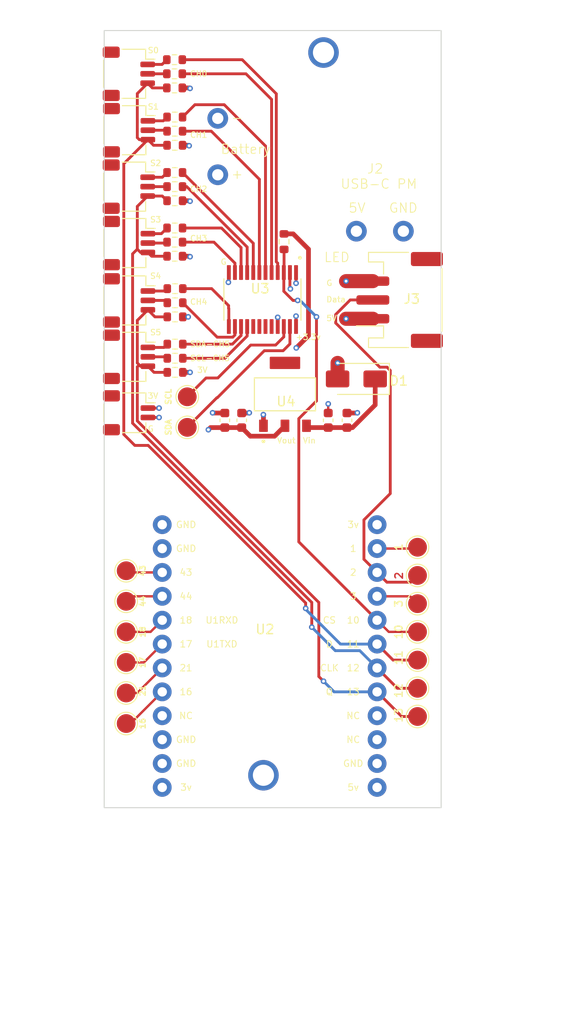
<source format=kicad_pcb>
(kicad_pcb (version 20241229) (generator "pcbnew") (generator_version "9.0")
  (layers (0 "F.Cu" signal) (4 "In1.Cu" signal) (6 "In2.Cu" signal) (2 "B.Cu" signal) (13 "F.Paste" user) (15 "B.Paste" user) (5 "F.SilkS" user "F.Silkscreen") (7 "B.SilkS" user "B.Silkscreen") (1 "F.Mask" user) (3 "B.Mask" user) (25 "Edge.Cuts" user))
  (net 0 "")
  (net 1 "Net-(U3-SCL)")
  (net 2 "Net-(D1-K)")
  (net 3 "Net-(U3-SDA)")
  (net 4 "/+3.3V")
  (net 5 "/GND")
  (net 6 "/+5V")
  (net 7 "Net-(J4-Pin_1)")
  (net 8 "Net-(J4-Pin_2)")
  (net 9 "Net-(J4-Pin_3)")
  (net 10 "Net-(J5-Pin_1)")
  (net 11 "Net-(J5-Pin_2)")
  (net 12 "Net-(J6-Pin_2)")
  (net 13 "Net-(J6-Pin_3)")
  (net 14 "Net-(J6-Pin_1)")
  (net 15 "Net-(J7-Pin_1)")
  (net 16 "Net-(J7-Pin_2)")
  (net 17 "Net-(J8-Pin_3)")
  (net 18 "Net-(J8-Pin_1)")
  (net 19 "Net-(J8-Pin_2)")
  (net 20 "Net-(J9-Pin_2)")
  (net 21 "Net-(J9-Pin_1)")
  (net 22 "/SDA")
  (net 23 "/SCL")
  (net 24 "Net-(U2-10)")
  (net 25 "Net-(U3-SD0)")
  (net 26 "Net-(U3-SC0)")
  (net 27 "Net-(U3-SD1)")
  (net 28 "Net-(U3-SC1)")
  (net 29 "Net-(U3-SD2)")
  (net 30 "Net-(U3-SC2)")
  (net 31 "Net-(U3-SD3)")
  (net 32 "Net-(U3-SC3)")
  (net 33 "Net-(U3-SD4)")
  (net 34 "Net-(U3-SC4)")
  (net 35 "Net-(U3-SD5)")
  (net 36 "Net-(U3-SC5)")
  (net 37 "Net-(U2-1)")
  (net 38 "Net-(U2-3)")
  (net 39 "Net-(U2-18)")
  (net 40 "Net-(U2-17)")
  (net 41 "Net-(U2-21)")
  (net 42 "Net-(U2-16)")
  (net 50 "Net-(3V1-Pad1)")
  (net 51 "Net-(3V2-Pad1)")
  (net 52 "Net-(J3-Pin_2)")
  (footprint "Connector_JST:JST_SH_SM02B-SRSS-TB_1x02-1MP_P1.00mm_Horizontal" (layer "F.Cu") (at 138.3125 100.2 -90)
    (property "Reference" "J10" (hide yes))
    (property "Value" "Conn_01x02")
  )
  (footprint "Resistor_SMD:R_0603_1608Metric" (layer "F.Cu") (at 143.175 82.05)
    (property "Reference" "R17" (hide yes))
    (property "Value" "100Ω")
  )
  (footprint "Resistor_SMD:R_0603_1608Metric" (layer "F.Cu") (at 143.15 64.15)
    (property "Reference" "R11" (hide yes))
    (property "Value" "100Ω" (hide yes))
  )
  (footprint "Resistor_SMD:R_0603_1608Metric" (layer "F.Cu") (at 143.175 76.15)
    (property "Reference" "R15" (hide yes))
    (property "Value" "100Ω")
  )
  (footprint "TestPoint:TestPoint_Pad_D2.0mm" (layer "F.Cu") (at 144.5 101.75 90)
    (property "Reference" "SDA")
    (property "Value" "TestPoint")
  )
  (footprint "Capacitor_SMD:C_0603_1608Metric" (layer "F.Cu") (at 148.4975 101 90)
    (property "Reference" "C2" (hide yes))
    (property "Value" "22µF")
  )
  (footprint "" (layer "F.Cu") (at 152.6075 138.75)
    (property "Reference" "")
    (property "Value" "")
  )
  (footprint "Connector_JST:JST_SH_SM03B-SRSS-TB_1x03-1MP_P1.00mm_Horizontal" (layer "F.Cu") (at 138.2875 64.15 -90)
    (property "Reference" "J4" (hide yes))
    (property "Value" "Conn_01x03")
  )
  (footprint "Resistor_SMD:R_0603_1608Metric" (layer "F.Cu") (at 143.2 88.5)
    (property "Reference" "R19" (hide yes))
    (property "Value" "100Ω")
  )
  (footprint "Resistor_SMD:R_0603_1608Metric" (layer "F.Cu") (at 143.15 65.65 180)
    (property "Reference" "R3" (hide yes))
    (property "Value" "10kΩ" (hide yes))
  )
  (footprint "Resistor_SMD:R_0603_1608Metric" (layer "F.Cu") (at 143.175 68.75)
    (property "Reference" "R12" (hide yes))
    (property "Value" "100Ω" (hide yes))
  )
  (footprint "TestPoint:TestPoint_Pad_D2.0mm" (layer "F.Cu") (at 169 117.5)
    (property "Reference" "2" (hide yes))
    (property "Value" "TestPoint" (hide yes))
  )
  (footprint "TestPoint:TestPoint_Pad_D2.0mm" (layer "F.Cu") (at 138 126.75)
    (property "Reference" "17")
    (property "Value" "TestPoint" (hide yes))
  )
  (footprint "Resistor_SMD:R_0603_1608Metric" (layer "F.Cu") (at 143.175 80.55)
    (property "Reference" "R16" (hide yes))
    (property "Value" "100Ω")
  )
  (footprint "Capacitor_SMD:C_0603_1608Metric" (layer "F.Cu") (at 159.4975 101 90)
    (property "Reference" "C1" (hide yes))
    (property "Value" "10µF")
  )
  (footprint "TestPoint:TestPoint_Pad_D2.0mm" (layer "F.Cu") (at 169 129.5)
    (property "Reference" "12")
    (property "Value" "TestPoint" (hide yes))
  )
  (footprint "Resistor_SMD:R_0603_1608Metric" (layer "F.Cu") (at 143.175 83.55 180)
    (property "Reference" "R7" (hide yes))
    (property "Value" "10kΩ")
  )
  (footprint "Library:T-Display-S3" (layer "F.Cu") (at 164.7 145.12)
    (property "Reference" "U2")
    (property "Value" "T-Display-S3")
  )
  (footprint "Connector_JST:JST_SH_SM03B-SRSS-TB_1x03-1MP_P1.00mm_Horizontal" (layer "F.Cu") (at 138.2875 76.15 -90)
    (property "Reference" "J6" (hide yes))
    (property "Value" "Conn_01x03")
  )
  (footprint "Resistor_SMD:R_0603_1608Metric" (layer "F.Cu") (at 143.2 94.4)
    (property "Reference" "R21" (hide yes))
    (property "Value" "100Ω")
  )
  (footprint "Resistor_SMD:R_0603_1608Metric" (layer "F.Cu") (at 143.175 71.75 180)
    (property "Reference" "R4" (hide yes))
    (property "Value" "10kΩ" (hide yes))
  )
  (footprint "Resistor_SMD:R_0603_1608Metric" (layer "F.Cu") (at 143.175 77.65 180)
    (property "Reference" "R5" (hide yes))
    (property "Value" "10kΩ")
  )
  (footprint "TestPoint:TestPoint_Pad_D2.0mm" (layer "F.Cu") (at 169 114.5)
    (property "Reference" "1")
    (property "Value" "TestPoint" (hide yes))
  )
  (footprint "Diode_SMD:D_SMA" (layer "F.Cu") (at 162.4975 96.6 180)
    (property "Reference" "D1")
    (property "Value" "D_Schottky")
  )
  (footprint "Connector_JST:JST_SH_SM03B-SRSS-TB_1x03-1MP_P1.00mm_Horizontal" (layer "F.Cu") (at 138.3125 70.15 -90)
    (property "Reference" "J5" (hide yes))
    (property "Value" "Conn_01x03")
  )
  (footprint "TestPoint:TestPoint_Pad_D2.0mm" (layer "F.Cu") (at 169 132.5)
    (property "Reference" "13")
    (property "Value" "TestPoint" (hide yes))
  )
  (footprint "Resistor_SMD:R_0603_1608Metric" (layer "F.Cu") (at 143.175 74.65)
    (property "Reference" "R14" (hide yes))
    (property "Value" "100Ω")
  )
  (footprint "Resistor_SMD:R_0603_1608Metric" (layer "F.Cu") (at 143.2 87)
    (property "Reference" "R18" (hide yes))
    (property "Value" "100Ω")
  )
  (footprint "TestPoint:TestPoint_Pad_D2.0mm" (layer "F.Cu") (at 169 120.5)
    (property "Reference" "3")
    (property "Value" "TestPoint" (hide yes))
  )
  (footprint "TestPoint:TestPoint_Pad_D2.0mm" (layer "F.Cu") (at 138 133.25)
    (property "Reference" "16")
    (property "Value" "TestPoint" (hide yes))
  )
  (footprint "Resistor_SMD:R_0603_1608Metric" (layer "F.Cu") (at 143.175 70.25)
    (property "Reference" "R13" (hide yes))
    (property "Value" "100Ω" (hide yes))
  )
  (footprint "TestPoint:TestPoint_Pad_D2.0mm" (layer "F.Cu") (at 138 130)
    (property "Reference" "21")
    (property "Value" "TestPoint" (hide yes))
  )
  (footprint "TestPoint:TestPoint_Pad_D2.0mm" (layer "F.Cu") (at 169 123.5)
    (property "Reference" "10")
    (property "Value" "TestPoint" (hide yes))
  )
  (footprint "AMS1117-3.3:SOT229P700X180-4N" (layer "F.Cu") (at 154.8975 98.2375 90)
    (property "Reference" "U4")
    (property "Value" "AMS1117-3.3")
  )
  (footprint "Resistor_SMD:R_0603_1608Metric" (layer "F.Cu") (at 154.8 82 90)
    (property "Reference" "R6" (hide yes))
    (property "Value" "10kΩ")
  )
  (footprint "Library:USBC_Power_Module" (layer "F.Cu") (at 171.4975 81.8875 180)
    (property "Reference" "J2")
    (property "Value" "~")
  )
  (footprint "TestPoint:TestPoint_Pad_D2.0mm" (layer "F.Cu") (at 138 117)
    (property "Reference" "43")
    (property "Value" "TestPoint" (hide yes))
  )
  (footprint "TestPoint:TestPoint_Pad_D2.0mm" (layer "F.Cu") (at 138 120.25 -90)
    (property "Reference" "44")
    (property "Value" "TestPoint" (hide yes))
  )
  (footprint "Connector_JST:JST_SH_SM03B-SRSS-TB_1x03-1MP_P1.00mm_Horizontal" (layer "F.Cu") (at 138.3125 88.25 -90)
    (property "Reference" "J8" (hide yes))
    (property "Value" "Conn_01x03")
  )
  (footprint "Connector_JST:JST_SH_SM03B-SRSS-TB_1x03-1MP_P1.00mm_Horizontal" (layer "F.Cu") (at 138.3125 94.25 -90)
    (property "Reference" "J9" (hide yes))
    (property "Value" "Conn_01x03")
  )
  (footprint "TCA9548:SOP65P640X120-24N" (layer "F.Cu") (at 152.5 88.155 -90)
    (property "Reference" "U3")
    (property "Value" "TCA9548APWR")
  )
  (footprint "TestPoint:TestPoint_Pad_D2.0mm" (layer "F.Cu") (at 169 126.5)
    (property "Reference" "11")
    (property "Value" "TestPoint" (hide yes))
  )
  (footprint "Resistor_SMD:R_0603_1608Metric" (layer "F.Cu") (at 143.2 92.9)
    (property "Reference" "R20" (hide yes))
    (property "Value" "100Ω")
  )
  (footprint "Resistor_SMD:R_0603_1608Metric" (layer "F.Cu") (at 143.15 62.65)
    (property "Reference" "R10" (hide yes))
    (property "Value" "100Ω" (hide yes))
  )
  (footprint "Capacitor_SMD:C_0603_1608Metric" (layer "F.Cu") (at 161.4975 101 90)
    (property "Reference" "C3" (hide yes))
    (property "Value" "0.1µF")
  )
  (footprint "Resistor_SMD:R_0603_1608Metric" (layer "F.Cu") (at 143.2 90 180)
    (property "Reference" "R8" (hide yes))
    (property "Value" "10kΩ")
  )
  (footprint "Connector_JST:JST_PH_S3B-PH-SM4-TB_1x03-1MP_P2.00mm_Horizontal" (layer "F.Cu") (at 167.0975 88.2 90)
    (property "Reference" "J3")
    (property "Value" "LED_Strip")
  )
  (footprint "Connector_JST:JST_SH_SM03B-SRSS-TB_1x03-1MP_P1.00mm_Horizontal" (layer "F.Cu") (at 138.3125 82.15 -90)
    (property "Reference" "J7" (hide yes))
    (property "Value" "Conn_01x03")
  )
  (footprint "TestPoint:TestPoint_Pad_D2.0mm" (layer "F.Cu") (at 138 123.5)
    (property "Reference" "18")
    (property "Value" "TestPoint" (hide yes))
  )
  (footprint "TestPoint:TestPoint_Pad_D2.0mm" (layer "F.Cu") (at 144.5 98.5)
    (property "Reference" "SCL")
    (property "Value" "TestPoint")
  )
  (footprint "Capacitor_SMD:C_0603_1608Metric" (layer "F.Cu") (at 150.2975 101 90)
    (property "Reference" "C4" (hide yes))
    (property "Value" "0.1µF")
  )
  (footprint "Resistor_SMD:R_0603_1608Metric" (layer "F.Cu") (at 143.2 95.9 180)
    (property "Reference" "R9" (hide yes))
    (property "Value" "10kΩ")
  )
  (gr_rect (start 135.6625 59.55) (end 171.5125 142.2) (stroke (width 0.1)) (fill no) (layer "Edge.Cuts"))
  (gr_text "2" (at 167.5 118 90) (layer "F.Cu") (effects (font (size 0.8 0.8) (thickness 0.15) (bold yes)) (justify left bottom)))
  (gr_text "3V" (at 140.25 98.75 0) (layer "F.SilkS") (effects (font (size 0.6 0.6) (thickness 0.1)) (justify left bottom)))
  (gr_text "CH4" (at 144.75 88.75 0) (layer "F.SilkS") (effects (font (size 0.6 0.6) (thickness 0.1)) (justify left bottom)))
  (gr_text "5V" (at 159.25 90.5 0) (layer "F.SilkS") (effects (font (size 0.6 0.6) (thickness 0.1)) (justify left bottom)))
  (gr_text "S2" (at 140.5 74 0) (layer "F.SilkS") (effects (font (size 0.6 0.6) (thickness 0.1)) (justify left bottom)))
  (gr_text "3V" (at 145.5 96 0) (layer "F.SilkS") (effects (font (size 0.6 0.6) (thickness 0.1)) (justify left bottom)))
  (gr_text "Vout" (at 154 103.5 0) (layer "F.SilkS") (effects (font (size 0.6 0.6) (thickness 0.1)) (justify left bottom)))
  (gr_text "S0" (at 140.25 62 0) (layer "F.SilkS") (effects (font (size 0.6 0.6) (thickness 0.1)) (justify left bottom)))
  (gr_text "CH1" (at 144.75 71 0) (layer "F.SilkS") (effects (font (size 0.6 0.6) (thickness 0.1)) (justify left bottom)))
  (gr_text "S1" (at 140.25 68 0) (layer "F.SilkS") (effects (font (size 0.6 0.6) (thickness 0.1)) (justify left bottom)))
  (gr_text "Data" (at 159.25 88.5 0) (layer "F.SilkS") (effects (font (size 0.6 0.6) (thickness 0.1)) (justify left bottom)))
  (gr_text "S4" (at 140.5 86 0) (layer "F.SilkS") (effects (font (size 0.6 0.6) (thickness 0.1)) (justify left bottom)))
  (gr_text "CH3" (at 144.75 82 0) (layer "F.SilkS") (effects (font (size 0.6 0.6) (thickness 0.1)) (justify left bottom)))
  (gr_text "CH0" (at 144.75 64.5 0) (layer "F.SilkS") (effects (font (size 0.6 0.6) (thickness 0.1)) (justify left bottom)))
  (gr_text "Vin" (at 156.75 103.5 0) (layer "F.SilkS") (effects (font (size 0.6 0.6) (thickness 0.1)) (justify left bottom)))
  (gr_text "G" (at 148 84.5 0) (layer "F.SilkS") (effects (font (size 0.6 0.6) (thickness 0.1)) (justify left bottom)))
  (gr_text "S3" (at 140.5 80 0) (layer "F.SilkS") (effects (font (size 0.6 0.6) (thickness 0.1)) (justify left bottom)))
  (gr_text "SCL-CH5" (at 144.75 94.75 0) (layer "F.SilkS") (effects (font (size 0.6 0.6) (thickness 0.1)) (justify left bottom)))
  (gr_text "G" (at 140.25 102.25 0) (layer "F.SilkS") (effects (font (size 0.6 0.6) (thickness 0.1)) (justify left bottom)))
  (gr_text "G" (at 159.25 86.75 0) (layer "F.SilkS") (effects (font (size 0.6 0.6) (thickness 0.1)) (justify left bottom)))
  (gr_text "SDA-CH5" (at 144.75 93.25 0) (layer "F.SilkS") (effects (font (size 0.6 0.6) (thickness 0.1)) (justify left bottom)))
  (gr_text "CH2" (at 144.75 76.75 0) (layer "F.SilkS") (effects (font (size 0.6 0.6) (thickness 0.1)) (justify left bottom)))
  (gr_text "LED" (at 159 84.25 0) (layer "F.SilkS") (effects (font (size 1 1) (thickness 0.1)) (justify left bottom)))
  (gr_text "+3.3v" (at 156 92.5 0) (layer "F.SilkS") (effects (font (size 0.6 0.6) (thickness 0.1)) (justify left bottom)))
  (gr_text "S5" (at 140.5 92 0) (layer "F.SilkS") (effects (font (size 0.6 0.6) (thickness 0.1)) (justify left bottom)))
  (segment (start 154.775 92.125) (end 153.9 93) (width 0.3) (layer "F.Cu") (net 1))
  (segment (start 154.775 91.025) (end 154.775 92.125) (width 0.3) (layer "F.Cu") (net 1))
  (segment (start 153.9 93) (end 151.25 93) (width 0.3) (layer "F.Cu") (net 1))
  (segment (start 146.5 96.5) (end 144.5 98.5) (width 0.3) (layer "F.Cu") (net 1))
  (segment (start 151.25 93) (end 147.75 96.5) (width 0.3) (layer "F.Cu") (net 1))
  (segment (start 147.75 96.5) (end 146.5 96.5) (width 0.3) (layer "F.Cu") (net 1))
  (segment (start 164.4975 99.360661) (end 164.4975 96.6) (width 0.5) (layer "F.Cu") (net 2))
  (segment (start 157.38 101.775) (end 157.1875 101.5825) (width 0.5) (layer "F.Cu") (net 2))
  (segment (start 159.4975 101.775) (end 157.38 101.775) (width 0.5) (layer "F.Cu") (net 2))
  (segment (start 162.083161 101.775) (end 164.4975 99.360661) (width 0.5) (layer "F.Cu") (net 2))
  (segment (start 161.4975 101.775) (end 159.4975 101.775) (width 0.5) (layer "F.Cu") (net 2))
  (segment (start 161.4975 101.775) (end 162.083161 101.775) (width 0.5) (layer "F.Cu") (net 2))
  (segment (start 152.7 93.6) (end 147.703553 98.596447) (width 0.3) (layer "F.Cu") (net 3))
  (segment (start 147.653553 98.596447) (end 144.5 101.75) (width 0.3) (layer "F.Cu") (net 3))
  (segment (start 147.703553 98.596447) (end 147.653553 98.596447) (width 0.3) (layer "F.Cu") (net 3))
  (segment (start 155.425 92.875) (end 155.425 91.025) (width 0.3) (layer "F.Cu") (net 3))
  (segment (start 152.7 93.6) (end 154.7 93.6) (width 0.3) (layer "F.Cu") (net 3))
  (segment (start 154.7 93.6) (end 155.425 92.875) (width 0.3) (layer "F.Cu") (net 3))
  (segment (start 144 71.75) (end 144.65 71.75) (width 0.5) (layer "F.Cu") (net 4))
  (segment (start 154.8 81.175) (end 155.775 81.175) (width 0.5) (layer "F.Cu") (net 4))
  (segment (start 156.075 91.025) (end 156.075 89.9225) (width 0.3) (layer "F.Cu") (net 4))
  (segment (start 144.65 71.75) (end 144.7 71.8) (width 0.5) (layer "F.Cu") (net 4))
  (segment (start 144.025 95.9) (end 144.8 95.9) (width 0.5) (layer "F.Cu") (net 4))
  (segment (start 144.75 83.55) (end 144.8 83.6) (width 0.5) (layer "F.Cu") (net 4))
  (segment (start 155.775 81.175) (end 157.4 82.8) (width 0.5) (layer "F.Cu") (net 4))
  (segment (start 144.75 65.65) (end 144.8 65.7) (width 0.5) (layer "F.Cu") (net 4))
  (segment (start 157.4 82.8) (end 157.4 92) (width 0.5) (layer "F.Cu") (net 4))
  (segment (start 157.4 92) (end 156.1 93.3) (width 0.5) (layer "F.Cu") (net 4))
  (segment (start 150.2975 101.775) (end 148.4975 101.775) (width 0.5) (layer "F.Cu") (net 4))
  (segment (start 146.975 101.775) (end 146.75 102) (width 0.5) (layer "F.Cu") (net 4))
  (segment (start 148.4975 101.775) (end 146.975 101.775) (width 0.5) (layer "F.Cu") (net 4))
  (segment (start 140.3125 99.7) (end 141.5 99.7) (width 0.3) (layer "F.Cu") (net 4))
  (segment (start 143.975 65.65) (end 144.75 65.65) (width 0.5) (layer "F.Cu") (net 4))
  (segment (start 151.21 102.6875) (end 150.2975 101.775) (width 0.5) (layer "F.Cu") (net 4))
  (segment (start 144.75 77.65) (end 144.8 77.7) (width 0.5) (layer "F.Cu") (net 4))
  (segment (start 153.7925 102.6875) (end 151.21 102.6875) (width 0.5) (layer "F.Cu") (net 4))
  (segment (start 144 77.65) (end 144.75 77.65) (width 0.5) (layer "F.Cu") (net 4))
  (segment (start 154.8975 101.5825) (end 153.7925 102.6875) (width 0.5) (layer "F.Cu") (net 4))
  (segment (start 144.025 90) (end 144.6 90) (width 0.5) (layer "F.Cu") (net 4))
  (segment (start 144 83.55) (end 144.75 83.55) (width 0.5) (layer "F.Cu") (net 4))
  (via (at 144.8 83.6) (size 0.6) (drill 0.3) (layers "F.Cu" "B.Cu") (net 4))
  (via (at 146.75 102) (size 0.6) (drill 0.3) (layers "F.Cu" "B.Cu") (net 4))
  (via (at 156.1 93.3) (size 0.6) (drill 0.3) (layers "F.Cu" "B.Cu") (net 4))
  (via (at 144.6 90) (size 0.6) (drill 0.3) (layers "F.Cu" "B.Cu") (net 4))
  (via (at 156.075 89.9225) (size 0.6) (drill 0.3) (layers "F.Cu" "B.Cu") (net 4))
  (via (at 144.8 95.9) (size 0.6) (drill 0.3) (layers "F.Cu" "B.Cu") (net 4))
  (via (at 144.7 71.8) (size 0.6) (drill 0.3) (layers "F.Cu" "B.Cu") (net 4))
  (via (at 144.8 65.7) (size 0.6) (drill 0.3) (layers "F.Cu" "B.Cu") (net 4))
  (via (at 144.8 77.7) (size 0.6) (drill 0.3) (layers "F.Cu" "B.Cu") (net 4))
  (via (at 141.5 99.7) (size 0.6) (drill 0.3) (layers "F.Cu" "B.Cu") (net 4))
  (segment (start 147.2225 100.225) (end 147.1975 100.2) (width 0.5) (layer "F.Cu") (net 5))
  (segment (start 159.4975 99.2525) (end 159.5 99.25) (width 0.25) (layer "F.Cu") (net 5))
  (segment (start 152.6075 101.5825) (end 152.6075 100.41) (width 0.5) (layer "F.Cu") (net 5))
  (segment (start 150.2975 100.225) (end 151.0725 100.225) (width 0.5) (layer "F.Cu") (net 5))
  (segment (start 148.925 86.2725) (end 148.875 86.3225) (width 0.3) (layer "F.Cu") (net 5))
  (segment (start 155.425 85.285) (end 155.425 86.9725) (width 0.3) (layer "F.Cu") (net 5))
  (segment (start 140.3125 100.7) (end 141.5 100.7) (width 0.3) (layer "F.Cu") (net 5))
  (segment (start 155.425 86.9725) (end 155.475 87.0225) (width 0.3) (layer "F.Cu") (net 5))
  (segment (start 148.925 85.285) (end 148.925 86.2725) (width 0.3) (layer "F.Cu") (net 5))
  (segment (start 161.4975 100.225) (end 162.5725 100.225) (width 0.5) (layer "F.Cu") (net 5))
  (segment (start 164.2475 86.2) (end 161.4 86.2) (width 1.5) (layer "F.Cu") (net 5))
  (segment (start 162.5725 100.225) (end 162.5975 100.2) (width 0.5) (layer "F.Cu") (net 5))
  (segment (start 156.075 85.285) (end 156.075 86.4225) (width 0.3) (layer "F.Cu") (net 5))
  (segment (start 159.4975 100.225) (end 159.4975 99.2525) (width 0.25) (layer "F.Cu") (net 5))
  (segment (start 154.125 91.025) (end 154.125001 90.049173) (width 0.3) (layer "F.Cu") (net 5))
  (segment (start 151.0725 100.225) (end 151.0975 100.2) (width 0.5) (layer "F.Cu") (net 5))
  (segment (start 148.4975 100.225) (end 147.2225 100.225) (width 0.5) (layer "F.Cu") (net 5))
  (segment (start 152.6075 100.41) (end 152.5975 100.4) (width 0.5) (layer "F.Cu") (net 5))
  (via (at 147.1975 100.2) (size 0.6) (drill 0.3) (layers "F.Cu" "B.Cu") (net 5))
  (via (at 154.125001 90.049173) (size 0.6) (drill 0.3) (layers "F.Cu" "B.Cu") (net 5))
  (via (at 152.5975 100.4) (size 0.6) (drill 0.3) (layers "F.Cu" "B.Cu") (net 5))
  (via (at 151.0975 100.2) (size 0.6) (drill 0.3) (layers "F.Cu" "B.Cu") (net 5))
  (via (at 148.875 86.3225) (size 0.6) (drill 0.3) (layers "F.Cu" "B.Cu") (net 5))
  (via (at 161.4 86.2) (size 0.6) (drill 0.3) (layers "F.Cu" "B.Cu") (net 5))
  (via (at 159.5 99.25) (size 0.6) (drill 0.3) (layers "F.Cu" "B.Cu") (net 5))
  (via (at 156.075 86.4225) (size 0.6) (drill 0.3) (layers "F.Cu" "B.Cu") (net 5))
  (via (at 155.475 87.0225) (size 0.6) (drill 0.3) (layers "F.Cu" "B.Cu") (net 5))
  (via (at 162.5975 100.2) (size 0.6) (drill 0.3) (layers "F.Cu" "B.Cu") (net 5))
  (via (at 141.5 100.7) (size 0.6) (drill 0.3) (layers "F.Cu" "B.Cu") (net 5))
  (segment (start 164.2475 90.2) (end 161.3975 90.2) (width 1.5) (layer "F.Cu") (net 6))
  (segment (start 160.4975 96.6) (end 160.4975 94.9) (width 1.5) (layer "F.Cu") (net 6))
  (via (at 161.3975 90.2) (size 0.6) (drill 0.3) (layers "F.Cu" "B.Cu") (net 6))
  (via (at 160.4975 94.9) (size 0.6) (drill 0.3) (layers "F.Cu" "B.Cu") (net 6))
  (segment (start 141.825 63.15) (end 142.325 62.65) (width 0.3) (layer "F.Cu") (net 7))
  (segment (start 140.2875 63.15) (end 141.825 63.15) (width 0.3) (layer "F.Cu") (net 7))
  (segment (start 140.2875 64.15) (end 142.325 64.15) (width 0.3) (layer "F.Cu") (net 8))
  (segment (start 140.9125 71.75) (end 140.3125 71.15) (width 0.3) (layer "F.Cu") (net 9))
  (segment (start 142.35 71.75) (end 140.9125 71.75) (width 0.3) (layer "F.Cu") (net 9))
  (segment (start 140.7875 65.65) (end 140.2875 65.15) (width 0.3) (layer "F.Cu") (net 9))
  (segment (start 138.920654 103.670654) (end 140.341307 103.670654) (width 0.3) (layer "F.Cu") (net 9))
  (segment (start 140.341307 103.670654) (end 157.1 120.429346) (width 0.3) (layer "F.Cu") (net 9))
  (segment (start 139.1865 66.251) (end 139.1865 70.9365) (width 0.3) (layer "F.Cu") (net 9))
  (segment (start 139.4 71.15) (end 140.3125 71.15) (width 0.3) (layer "F.Cu") (net 9))
  (segment (start 139.1865 70.9365) (end 139.4 71.15) (width 0.3) (layer "F.Cu") (net 9))
  (segment (start 140.2875 65.15) (end 139.1865 66.251) (width 0.3) (layer "F.Cu") (net 9))
  (segment (start 142.325 65.65) (end 140.7875 65.65) (width 0.3) (layer "F.Cu") (net 9))
  (segment (start 137.75 73.7125) (end 137.75 102.5) (width 0.3) (layer "F.Cu") (net 9))
  (segment (start 140.3125 71.15) (end 137.75 73.7125) (width 0.3) (layer "F.Cu") (net 9))
  (segment (start 157.1 120.429346) (end 157.1 121) (width 0.3) (layer "F.Cu") (net 9))
  (segment (start 164.7 124.8) (end 166.4 126.5) (width 0.3) (layer "F.Cu") (net 9))
  (segment (start 137.75 102.5) (end 138.920654 103.670654) (width 0.3) (layer "F.Cu") (net 9))
  (segment (start 166.4 126.5) (end 169 126.5) (width 0.3) (layer "F.Cu") (net 9))
  (via (at 157.1 121) (size 0.6) (drill 0.3) (layers "F.Cu" "B.Cu") (net 9))
  (segment (start 157.1 121.1) (end 160.8 124.8) (width 0.3) (layer "B.Cu") (net 9))
  (segment (start 160.8 124.8) (end 164.7 124.8) (width 0.3) (layer "B.Cu") (net 9))
  (segment (start 157.1 121) (end 157.1 121.1) (width 0.3) (layer "B.Cu") (net 9))
  (segment (start 140.3125 69.15) (end 141.95 69.15) (width 0.3) (layer "F.Cu") (net 10))
  (segment (start 141.95 69.15) (end 142.35 68.75) (width 0.3) (layer "F.Cu") (net 10))
  (segment (start 140.3125 70.15) (end 142.25 70.15) (width 0.3) (layer "F.Cu") (net 11))
  (segment (start 142.25 70.15) (end 142.35 70.25) (width 0.3) (layer "F.Cu") (net 11))
  (segment (start 140.2875 76.15) (end 142.35 76.15) (width 0.3) (layer "F.Cu") (net 12))
  (segment (start 138.6855 101.306326) (end 157.75 120.370825) (width 0.3) (layer "F.Cu") (net 13))
  (segment (start 139.537501 83.15) (end 140.3125 83.15) (width 0.3) (layer "F.Cu") (net 13))
  (segment (start 142.35 83.55) (end 140.7125 83.55) (width 0.3) (layer "F.Cu") (net 13))
  (segment (start 139.1865 78.251) (end 139.1865 82.798999) (width 0.3) (layer "F.Cu") (net 13))
  (segment (start 140.2875 77.15) (end 139.1865 78.251) (width 0.3) (layer "F.Cu") (net 13))
  (segment (start 140.2875 77.15) (end 141.85 77.15) (width 0.3) (layer "F.Cu") (net 13))
  (segment (start 139.1865 82.798999) (end 138.6855 83.299999) (width 0.3) (layer "F.Cu") (net 13))
  (segment (start 140.7125 83.55) (end 140.3125 83.15) (width 0.3) (layer "F.Cu") (net 13))
  (segment (start 164.7 127.34) (end 166.86 129.5) (width 0.3) (layer "F.Cu") (net 13))
  (segment (start 166.86 129.5) (end 169 129.5) (width 0.3) (layer "F.Cu") (net 13))
  (segment (start 141.85 77.15) (end 142.35 77.65) (width 0.3) (layer "F.Cu") (net 13))
  (segment (start 139.1865 82.798999) (end 139.537501 83.15) (width 0.3) (layer "F.Cu") (net 13))
  (segment (start 157.75 120.370825) (end 157.75 123) (width 0.3) (layer "F.Cu") (net 13))
  (segment (start 138.6855 83.299999) (end 138.6855 101.306326) (width 0.3) (layer "F.Cu") (net 13))
  (via (at 157.75 123) (size 0.6) (drill 0.3) (layers "F.Cu" "B.Cu") (net 13))
  (segment (start 157.75 123) (end 160.25 125.5) (width 0.3) (layer "B.Cu") (net 13))
  (segment (start 160.25 125.5) (end 162.86 125.5) (width 0.3) (layer "B.Cu") (net 13))
  (segment (start 162.86 125.5) (end 164.7 127.34) (width 0.3) (layer "B.Cu") (net 13))
  (segment (start 140.2875 75.15) (end 141.85 75.15) (width 0.3) (layer "F.Cu") (net 14))
  (segment (start 141.85 75.15) (end 142.35 74.65) (width 0.3) (layer "F.Cu") (net 14))
  (segment (start 140.3125 81.15) (end 141.75 81.15) (width 0.3) (layer "F.Cu") (net 15))
  (segment (start 141.75 81.15) (end 142.35 80.55) (width 0.3) (layer "F.Cu") (net 15))
  (segment (start 140.3125 82.15) (end 142.25 82.15) (width 0.3) (layer "F.Cu") (net 16))
  (segment (start 142.25 82.15) (end 142.35 82.05) (width 0.3) (layer "F.Cu") (net 16))
  (segment (start 139.1865 94.898999) (end 139.393751 95.106249) (width 0.3) (layer "F.Cu") (net 17))
  (segment (start 139.1865 90.376) (end 139.1865 94.898999) (width 0.3) (layer "F.Cu") (net 17))
  (segment (start 164.7 129.88) (end 167.32 132.5) (width 0.3) (layer "F.Cu") (net 17))
  (segment (start 139.537501 95.25) (end 140.3125 95.25) (width 0.3) (layer "F.Cu") (net 17))
  (segment (start 139.393751 95.106249) (end 139.537501 95.25) (width 0.3) (layer "F.Cu") (net 17))
  (segment (start 140.9625 95.9) (end 140.3125 95.25) (width 0.3) (layer "F.Cu") (net 17))
  (segment (start 139.1865 101.061678) (end 158.5 120.375178) (width 0.3) (layer "F.Cu") (net 17))
  (segment (start 142.375 90) (end 141.0625 90) (width 0.3) (layer "F.Cu") (net 17))
  (segment (start 158.5 128.25) (end 159 128.75) (width 0.3) (layer "F.Cu") (net 17))
  (segment (start 141.0625 90) (end 140.3125 89.25) (width 0.3) (layer "F.Cu") (net 17))
  (segment (start 139.1865 95.3135) (end 139.1865 101.061678) (width 0.3) (layer "F.Cu") (net 17))
  (segment (start 142.375 95.9) (end 140.9625 95.9) (width 0.3) (layer "F.Cu") (net 17))
  (segment (start 158.5 120.375178) (end 158.5 128.25) (width 0.3) (layer "F.Cu") (net 17))
  (segment (start 139.393751 95.106249) (end 139.1865 95.3135) (width 0.3) (layer "F.Cu") (net 17))
  (segment (start 140.3125 89.25) (end 139.1865 90.376) (width 0.3) (layer "F.Cu") (net 17))
  (segment (start 167.32 132.5) (end 169 132.5) (width 0.3) (layer "F.Cu") (net 17))
  (via (at 159 128.75) (size 0.6) (drill 0.3) (layers "F.Cu" "B.Cu") (net 17))
  (segment (start 160.13 129.88) (end 164.7 129.88) (width 0.3) (layer "B.Cu") (net 17))
  (segment (start 159 128.75) (end 160.13 129.88) (width 0.3) (layer "B.Cu") (net 17))
  (segment (start 140.3125 87.25) (end 142.125 87.25) (width 0.3) (layer "F.Cu") (net 18))
  (segment (start 142.125 87.25) (end 142.375 87) (width 0.3) (layer "F.Cu") (net 18))
  (segment (start 140.3125 88.25) (end 142.125 88.25) (width 0.3) (layer "F.Cu") (net 19))
  (segment (start 142.125 88.25) (end 142.375 88.5) (width 0.3) (layer "F.Cu") (net 19))
  (segment (start 142.225 94.25) (end 142.375 94.4) (width 0.3) (layer "F.Cu") (net 20))
  (segment (start 140.3125 94.25) (end 142.225 94.25) (width 0.3) (layer "F.Cu") (net 20))
  (segment (start 140.3125 93.25) (end 142.025 93.25) (width 0.3) (layer "F.Cu") (net 21))
  (segment (start 142.025 93.25) (end 142.375 92.9) (width 0.3) (layer "F.Cu") (net 21))
  (segment (start 141.838136 117.18) (end 138.18 117.18) (width 0.25) (layer "F.Cu") (net 22))
  (segment (start 138.18 117.18) (end 138 117) (width 0.25) (layer "F.Cu") (net 22))
  (segment (start 141.838136 119.72) (end 138.53 119.72) (width 0.25) (layer "F.Cu") (net 23))
  (segment (start 138.53 119.72) (end 138 120.25) (width 0.25) (layer "F.Cu") (net 23))
  (segment (start 154.775 87.275) (end 155.75 88.25) (width 0.3) (layer "F.Cu") (net 24))
  (segment (start 154.8 85.26) (end 154.775 85.285) (width 0.3) (layer "F.Cu") (net 24))
  (segment (start 156.3715 100.821036) (end 156.3715 113.9315) (width 0.3) (layer "F.Cu") (net 24))
  (segment (start 158.25 98.942536) (end 156.3715 100.821036) (width 0.3) (layer "F.Cu") (net 24))
  (segment (start 165.94 123.5) (end 169 123.5) (width 0.25) (layer "F.Cu") (net 24))
  (segment (start 155.75 88.25) (end 156.25 88.25) (width 0.3) (layer "F.Cu") (net 24))
  (segment (start 156.3715 113.9315) (end 164.7 122.26) (width 0.3) (layer "F.Cu") (net 24))
  (segment (start 154.8 82.825) (end 154.8 85.26) (width 0.3) (layer "F.Cu") (net 24))
  (segment (start 164.7 122.26) (end 165.94 123.5) (width 0.25) (layer "F.Cu") (net 24))
  (segment (start 158.25 90) (end 158.25 98.942536) (width 0.3) (layer "F.Cu") (net 24))
  (segment (start 154.775 85.285) (end 154.775 87.275) (width 0.3) (layer "F.Cu") (net 24))
  (via (at 156.25 88.25) (size 0.6) (drill 0.3) (layers "F.Cu" "B.Cu") (net 24))
  (via (at 158.25 90) (size 0.6) (drill 0.3) (layers "F.Cu" "B.Cu") (net 24))
  (segment (start 156.5 88.25) (end 158.25 90) (width 0.3) (layer "B.Cu") (net 24))
  (segment (start 156.25 88.25) (end 156.5 88.25) (width 0.3) (layer "B.Cu") (net 24))
  (segment (start 154.125 84.288626) (end 154.125 85.285) (width 0.3) (layer "F.Cu") (net 25))
  (segment (start 150.35 62.65) (end 153.975 66.275) (width 0.3) (layer "F.Cu") (net 25))
  (segment (start 153.975 84.138626) (end 154.125 84.288626) (width 0.3) (layer "F.Cu") (net 25))
  (segment (start 153.975 66.275) (end 153.975 84.138626) (width 0.3) (layer "F.Cu") (net 25))
  (segment (start 143.975 62.65) (end 150.35 62.65) (width 0.3) (layer "F.Cu") (net 25))
  (segment (start 153.475 66.875) (end 153.475 85.285) (width 0.3) (layer "F.Cu") (net 26))
  (segment (start 150.75 64.15) (end 153.475 66.875) (width 0.3) (layer "F.Cu") (net 26))
  (segment (start 143.975 64.15) (end 150.75 64.15) (width 0.3) (layer "F.Cu") (net 26))
  (segment (start 144 68.75) (end 145.3125 67.4375) (width 0.3) (layer "F.Cu") (net 27))
  (segment (start 145.3125 67.4375) (end 148.4375 67.4375) (width 0.3) (layer "F.Cu") (net 27))
  (segment (start 148.4375 67.4375) (end 152.825 71.825) (width 0.3) (layer "F.Cu") (net 27))
  (segment (start 152.825 71.825) (end 152.825 85.285) (width 0.3) (layer "F.Cu") (net 27))
  (segment (start 152.175 75.36561) (end 152.175 85.285) (width 0.3) (layer "F.Cu") (net 28))
  (segment (start 147.05939 70.25) (end 152.175 75.36561) (width 0.3) (layer "F.Cu") (net 28))
  (segment (start 144 70.25) (end 147.05939 70.25) (width 0.3) (layer "F.Cu") (net 28))
  (segment (start 151.525 82.175) (end 151.525 85.285) (width 0.3) (layer "F.Cu") (net 29))
  (segment (start 144 74.65) (end 151.525 82.175) (width 0.3) (layer "F.Cu") (net 29))
  (segment (start 144.45 76.15) (end 150.875 82.575) (width 0.3) (layer "F.Cu") (net 30))
  (segment (start 144 76.15) (end 144.45 76.15) (width 0.3) (layer "F.Cu") (net 30))
  (segment (start 150.875 82.575) (end 150.875 85.285) (width 0.3) (layer "F.Cu") (net 30))
  (segment (start 144 80.55) (end 148.142894 80.55) (width 0.3) (layer "F.Cu") (net 31))
  (segment (start 148.142894 80.55) (end 150.225 82.632106) (width 0.3) (layer "F.Cu") (net 31))
  (segment (start 150.225 82.632106) (end 150.225 85.285) (width 0.3) (layer "F.Cu") (net 31))
  (segment (start 144 82.05) (end 147.336374 82.05) (width 0.3) (layer "F.Cu") (net 32))
  (segment (start 147.336374 82.05) (end 149.575 84.288626) (width 0.3) (layer "F.Cu") (net 32))
  (segment (start 149.575 84.288626) (end 149.575 85.285) (width 0.3) (layer "F.Cu") (net 32))
  (segment (start 147.1 87) (end 148.9 88.8) (width 0.3) (layer "F.Cu") (net 33))
  (segment (start 148.925 89.125) (end 148.925 91.025) (width 0.3) (layer "F.Cu") (net 33))
  (segment (start 148.9 88.8) (end 148.9 89.1) (width 0.3) (layer "F.Cu") (net 33))
  (segment (start 144.025 87) (end 147.1 87) (width 0.3) (layer "F.Cu") (net 33))
  (segment (start 148.9 89.1) (end 148.925 89.125) (width 0.3) (layer "F.Cu") (net 33))
  (segment (start 149.575 91.925) (end 149.575 91.025) (width 0.3) (layer "F.Cu") (net 34))
  (segment (start 149.34 92.16) (end 149.575 91.925) (width 0.3) (layer "F.Cu") (net 34))
  (segment (start 144.025 88.5) (end 147.685 92.16) (width 0.3) (layer "F.Cu") (net 34))
  (segment (start 147.685 92.16) (end 149.34 92.16) (width 0.3) (layer "F.Cu") (net 34))
  (segment (start 144.025 92.9) (end 149.307107 92.9) (width 0.3) (layer "F.Cu") (net 35))
  (segment (start 150.225 91.982107) (end 150.225 91.025) (width 0.3) (layer "F.Cu") (net 35))
  (segment (start 149.307107 92.9) (end 150.225 91.982107) (width 0.3) (layer "F.Cu") (net 35))
  (segment (start 150.875 92.039213) (end 150.875 91.025) (width 0.3) (layer "F.Cu") (net 36))
  (segment (start 144.025 94.4) (end 148.514213 94.4) (width 0.3) (layer "F.Cu") (net 36))
  (segment (start 148.514213 94.4) (end 150.875 92.039213) (width 0.3) (layer "F.Cu") (net 36))
  (segment (start 168.86 114.64) (end 169 114.5) (width 0.25) (layer "F.Cu") (net 37))
  (segment (start 164.7 114.64) (end 168.86 114.64) (width 0.25) (layer "F.Cu") (net 37))
  (segment (start 164.7 119.72) (end 168.22 119.72) (width 0.25) (layer "F.Cu") (net 38))
  (segment (start 168.22 119.72) (end 169 120.5) (width 0.25) (layer "F.Cu") (net 38))
  (segment (start 140.598136 123.5) (end 138 123.5) (width 0.25) (layer "F.Cu") (net 39))
  (segment (start 141.838136 122.26) (end 140.598136 123.5) (width 0.25) (layer "F.Cu") (net 39))
  (segment (start 139.888136 126.75) (end 138 126.75) (width 0.25) (layer "F.Cu") (net 40))
  (segment (start 141.838136 124.8) (end 139.888136 126.75) (width 0.25) (layer "F.Cu") (net 40))
  (segment (start 139.178136 130) (end 138 130) (width 0.25) (layer "F.Cu") (net 41))
  (segment (start 141.838136 127.34) (end 139.178136 130) (width 0.25) (layer "F.Cu") (net 41))
  (segment (start 138.468136 133.25) (end 138 133.25) (width 0.25) (layer "F.Cu") (net 42))
  (segment (start 141.838136 129.88) (end 138.468136 133.25) (width 0.25) (layer "F.Cu") (net 42))
  (segment (start 160.2975 89.744365) (end 160.2975 90.655635) (width 0.3) (layer "F.Cu") (net 52))
  (segment (start 164.7 117.18) (end 165.73803 118.21803) (width 0.3) (layer "F.Cu") (net 52))
  (segment (start 164.2475 88.2) (end 161.841865 88.2) (width 0.3) (layer "F.Cu") (net 52))
  (segment (start 161.841865 88.2) (end 160.2975 89.744365) (width 0.3) (layer "F.Cu") (net 52))
  (segment (start 163.3 111.590811) (end 163.3 115.78) (width 0.3) (layer "F.Cu") (net 52))
  (segment (start 164.991865 95.35) (end 165.752956 95.35) (width 0.3) (layer "F.Cu") (net 52))
  (segment (start 160.2975 90.655635) (end 164.991865 95.35) (width 0.3) (layer "F.Cu") (net 52))
  (segment (start 166.1 108.790811) (end 163.3 111.590811) (width 0.3) (layer "F.Cu") (net 52))
  (segment (start 166.1 95.697044) (end 166.1 108.790811) (width 0.3) (layer "F.Cu") (net 52))
  (segment (start 168.28197 118.21803) (end 169 117.5) (width 0.3) (layer "F.Cu") (net 52))
  (segment (start 165.73803 118.21803) (end 168.28197 118.21803) (width 0.3) (layer "F.Cu") (net 52))
  (segment (start 163.3 115.78) (end 164.7 117.18) (width 0.3) (layer "F.Cu") (net 52))
  (segment (start 165.752956 95.35) (end 166.1 95.697044) (width 0.3) (layer "F.Cu") (net 52))
)
</source>
